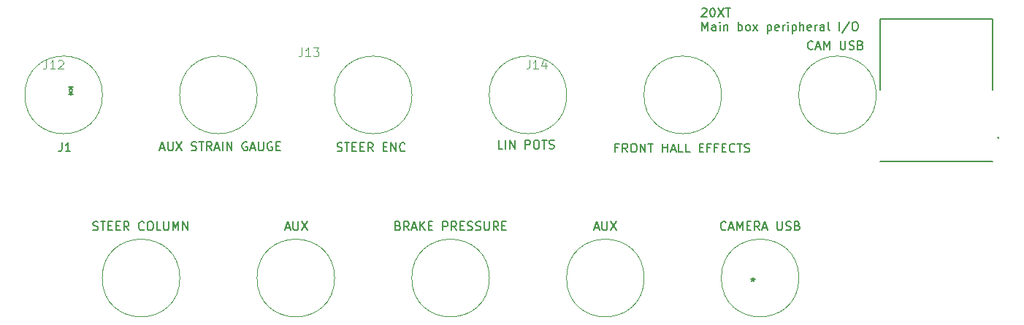
<source format=gbr>
%TF.GenerationSoftware,KiCad,Pcbnew,7.0.6*%
%TF.CreationDate,2024-03-25T03:04:45-04:00*%
%TF.ProjectId,peripheral_io_main,70657269-7068-4657-9261-6c5f696f5f6d,rev?*%
%TF.SameCoordinates,Original*%
%TF.FileFunction,Legend,Top*%
%TF.FilePolarity,Positive*%
%FSLAX46Y46*%
G04 Gerber Fmt 4.6, Leading zero omitted, Abs format (unit mm)*
G04 Created by KiCad (PCBNEW 7.0.6) date 2024-03-25 03:04:45*
%MOMM*%
%LPD*%
G01*
G04 APERTURE LIST*
%ADD10C,0.150000*%
%ADD11C,0.100000*%
%ADD12C,0.200000*%
G04 APERTURE END LIST*
D10*
X186170227Y-96298609D02*
X185836894Y-96298609D01*
X185836894Y-96822419D02*
X185836894Y-95822419D01*
X185836894Y-95822419D02*
X186313084Y-95822419D01*
X187265465Y-96822419D02*
X186932132Y-96346228D01*
X186694037Y-96822419D02*
X186694037Y-95822419D01*
X186694037Y-95822419D02*
X187074989Y-95822419D01*
X187074989Y-95822419D02*
X187170227Y-95870038D01*
X187170227Y-95870038D02*
X187217846Y-95917657D01*
X187217846Y-95917657D02*
X187265465Y-96012895D01*
X187265465Y-96012895D02*
X187265465Y-96155752D01*
X187265465Y-96155752D02*
X187217846Y-96250990D01*
X187217846Y-96250990D02*
X187170227Y-96298609D01*
X187170227Y-96298609D02*
X187074989Y-96346228D01*
X187074989Y-96346228D02*
X186694037Y-96346228D01*
X187884513Y-95822419D02*
X188074989Y-95822419D01*
X188074989Y-95822419D02*
X188170227Y-95870038D01*
X188170227Y-95870038D02*
X188265465Y-95965276D01*
X188265465Y-95965276D02*
X188313084Y-96155752D01*
X188313084Y-96155752D02*
X188313084Y-96489085D01*
X188313084Y-96489085D02*
X188265465Y-96679561D01*
X188265465Y-96679561D02*
X188170227Y-96774800D01*
X188170227Y-96774800D02*
X188074989Y-96822419D01*
X188074989Y-96822419D02*
X187884513Y-96822419D01*
X187884513Y-96822419D02*
X187789275Y-96774800D01*
X187789275Y-96774800D02*
X187694037Y-96679561D01*
X187694037Y-96679561D02*
X187646418Y-96489085D01*
X187646418Y-96489085D02*
X187646418Y-96155752D01*
X187646418Y-96155752D02*
X187694037Y-95965276D01*
X187694037Y-95965276D02*
X187789275Y-95870038D01*
X187789275Y-95870038D02*
X187884513Y-95822419D01*
X188741656Y-96822419D02*
X188741656Y-95822419D01*
X188741656Y-95822419D02*
X189313084Y-96822419D01*
X189313084Y-96822419D02*
X189313084Y-95822419D01*
X189646418Y-95822419D02*
X190217846Y-95822419D01*
X189932132Y-96822419D02*
X189932132Y-95822419D01*
X191313085Y-96822419D02*
X191313085Y-95822419D01*
X191313085Y-96298609D02*
X191884513Y-96298609D01*
X191884513Y-96822419D02*
X191884513Y-95822419D01*
X192313085Y-96536704D02*
X192789275Y-96536704D01*
X192217847Y-96822419D02*
X192551180Y-95822419D01*
X192551180Y-95822419D02*
X192884513Y-96822419D01*
X193694037Y-96822419D02*
X193217847Y-96822419D01*
X193217847Y-96822419D02*
X193217847Y-95822419D01*
X194503561Y-96822419D02*
X194027371Y-96822419D01*
X194027371Y-96822419D02*
X194027371Y-95822419D01*
X195598800Y-96298609D02*
X195932133Y-96298609D01*
X196074990Y-96822419D02*
X195598800Y-96822419D01*
X195598800Y-96822419D02*
X195598800Y-95822419D01*
X195598800Y-95822419D02*
X196074990Y-95822419D01*
X196836895Y-96298609D02*
X196503562Y-96298609D01*
X196503562Y-96822419D02*
X196503562Y-95822419D01*
X196503562Y-95822419D02*
X196979752Y-95822419D01*
X197694038Y-96298609D02*
X197360705Y-96298609D01*
X197360705Y-96822419D02*
X197360705Y-95822419D01*
X197360705Y-95822419D02*
X197836895Y-95822419D01*
X198217848Y-96298609D02*
X198551181Y-96298609D01*
X198694038Y-96822419D02*
X198217848Y-96822419D01*
X198217848Y-96822419D02*
X198217848Y-95822419D01*
X198217848Y-95822419D02*
X198694038Y-95822419D01*
X199694038Y-96727180D02*
X199646419Y-96774800D01*
X199646419Y-96774800D02*
X199503562Y-96822419D01*
X199503562Y-96822419D02*
X199408324Y-96822419D01*
X199408324Y-96822419D02*
X199265467Y-96774800D01*
X199265467Y-96774800D02*
X199170229Y-96679561D01*
X199170229Y-96679561D02*
X199122610Y-96584323D01*
X199122610Y-96584323D02*
X199074991Y-96393847D01*
X199074991Y-96393847D02*
X199074991Y-96250990D01*
X199074991Y-96250990D02*
X199122610Y-96060514D01*
X199122610Y-96060514D02*
X199170229Y-95965276D01*
X199170229Y-95965276D02*
X199265467Y-95870038D01*
X199265467Y-95870038D02*
X199408324Y-95822419D01*
X199408324Y-95822419D02*
X199503562Y-95822419D01*
X199503562Y-95822419D02*
X199646419Y-95870038D01*
X199646419Y-95870038D02*
X199694038Y-95917657D01*
X199979753Y-95822419D02*
X200551181Y-95822419D01*
X200265467Y-96822419D02*
X200265467Y-95822419D01*
X200836896Y-96774800D02*
X200979753Y-96822419D01*
X200979753Y-96822419D02*
X201217848Y-96822419D01*
X201217848Y-96822419D02*
X201313086Y-96774800D01*
X201313086Y-96774800D02*
X201360705Y-96727180D01*
X201360705Y-96727180D02*
X201408324Y-96631942D01*
X201408324Y-96631942D02*
X201408324Y-96536704D01*
X201408324Y-96536704D02*
X201360705Y-96441466D01*
X201360705Y-96441466D02*
X201313086Y-96393847D01*
X201313086Y-96393847D02*
X201217848Y-96346228D01*
X201217848Y-96346228D02*
X201027372Y-96298609D01*
X201027372Y-96298609D02*
X200932134Y-96250990D01*
X200932134Y-96250990D02*
X200884515Y-96203371D01*
X200884515Y-96203371D02*
X200836896Y-96108133D01*
X200836896Y-96108133D02*
X200836896Y-96012895D01*
X200836896Y-96012895D02*
X200884515Y-95917657D01*
X200884515Y-95917657D02*
X200932134Y-95870038D01*
X200932134Y-95870038D02*
X201027372Y-95822419D01*
X201027372Y-95822419D02*
X201265467Y-95822419D01*
X201265467Y-95822419D02*
X201408324Y-95870038D01*
X153602228Y-96673200D02*
X153745085Y-96720819D01*
X153745085Y-96720819D02*
X153983180Y-96720819D01*
X153983180Y-96720819D02*
X154078418Y-96673200D01*
X154078418Y-96673200D02*
X154126037Y-96625580D01*
X154126037Y-96625580D02*
X154173656Y-96530342D01*
X154173656Y-96530342D02*
X154173656Y-96435104D01*
X154173656Y-96435104D02*
X154126037Y-96339866D01*
X154126037Y-96339866D02*
X154078418Y-96292247D01*
X154078418Y-96292247D02*
X153983180Y-96244628D01*
X153983180Y-96244628D02*
X153792704Y-96197009D01*
X153792704Y-96197009D02*
X153697466Y-96149390D01*
X153697466Y-96149390D02*
X153649847Y-96101771D01*
X153649847Y-96101771D02*
X153602228Y-96006533D01*
X153602228Y-96006533D02*
X153602228Y-95911295D01*
X153602228Y-95911295D02*
X153649847Y-95816057D01*
X153649847Y-95816057D02*
X153697466Y-95768438D01*
X153697466Y-95768438D02*
X153792704Y-95720819D01*
X153792704Y-95720819D02*
X154030799Y-95720819D01*
X154030799Y-95720819D02*
X154173656Y-95768438D01*
X154459371Y-95720819D02*
X155030799Y-95720819D01*
X154745085Y-96720819D02*
X154745085Y-95720819D01*
X155364133Y-96197009D02*
X155697466Y-96197009D01*
X155840323Y-96720819D02*
X155364133Y-96720819D01*
X155364133Y-96720819D02*
X155364133Y-95720819D01*
X155364133Y-95720819D02*
X155840323Y-95720819D01*
X156268895Y-96197009D02*
X156602228Y-96197009D01*
X156745085Y-96720819D02*
X156268895Y-96720819D01*
X156268895Y-96720819D02*
X156268895Y-95720819D01*
X156268895Y-95720819D02*
X156745085Y-95720819D01*
X157745085Y-96720819D02*
X157411752Y-96244628D01*
X157173657Y-96720819D02*
X157173657Y-95720819D01*
X157173657Y-95720819D02*
X157554609Y-95720819D01*
X157554609Y-95720819D02*
X157649847Y-95768438D01*
X157649847Y-95768438D02*
X157697466Y-95816057D01*
X157697466Y-95816057D02*
X157745085Y-95911295D01*
X157745085Y-95911295D02*
X157745085Y-96054152D01*
X157745085Y-96054152D02*
X157697466Y-96149390D01*
X157697466Y-96149390D02*
X157649847Y-96197009D01*
X157649847Y-96197009D02*
X157554609Y-96244628D01*
X157554609Y-96244628D02*
X157173657Y-96244628D01*
X158935562Y-96197009D02*
X159268895Y-96197009D01*
X159411752Y-96720819D02*
X158935562Y-96720819D01*
X158935562Y-96720819D02*
X158935562Y-95720819D01*
X158935562Y-95720819D02*
X159411752Y-95720819D01*
X159840324Y-96720819D02*
X159840324Y-95720819D01*
X159840324Y-95720819D02*
X160411752Y-96720819D01*
X160411752Y-96720819D02*
X160411752Y-95720819D01*
X161459371Y-96625580D02*
X161411752Y-96673200D01*
X161411752Y-96673200D02*
X161268895Y-96720819D01*
X161268895Y-96720819D02*
X161173657Y-96720819D01*
X161173657Y-96720819D02*
X161030800Y-96673200D01*
X161030800Y-96673200D02*
X160935562Y-96577961D01*
X160935562Y-96577961D02*
X160887943Y-96482723D01*
X160887943Y-96482723D02*
X160840324Y-96292247D01*
X160840324Y-96292247D02*
X160840324Y-96149390D01*
X160840324Y-96149390D02*
X160887943Y-95958914D01*
X160887943Y-95958914D02*
X160935562Y-95863676D01*
X160935562Y-95863676D02*
X161030800Y-95768438D01*
X161030800Y-95768438D02*
X161173657Y-95720819D01*
X161173657Y-95720819D02*
X161268895Y-95720819D01*
X161268895Y-95720819D02*
X161411752Y-95768438D01*
X161411752Y-95768438D02*
X161459371Y-95816057D01*
X147605905Y-105579104D02*
X148082095Y-105579104D01*
X147510667Y-105864819D02*
X147844000Y-104864819D01*
X147844000Y-104864819D02*
X148177333Y-105864819D01*
X148510667Y-104864819D02*
X148510667Y-105674342D01*
X148510667Y-105674342D02*
X148558286Y-105769580D01*
X148558286Y-105769580D02*
X148605905Y-105817200D01*
X148605905Y-105817200D02*
X148701143Y-105864819D01*
X148701143Y-105864819D02*
X148891619Y-105864819D01*
X148891619Y-105864819D02*
X148986857Y-105817200D01*
X148986857Y-105817200D02*
X149034476Y-105769580D01*
X149034476Y-105769580D02*
X149082095Y-105674342D01*
X149082095Y-105674342D02*
X149082095Y-104864819D01*
X149463048Y-104864819D02*
X150129714Y-105864819D01*
X150129714Y-104864819D02*
X149463048Y-105864819D01*
X183419905Y-105579104D02*
X183896095Y-105579104D01*
X183324667Y-105864819D02*
X183658000Y-104864819D01*
X183658000Y-104864819D02*
X183991333Y-105864819D01*
X184324667Y-104864819D02*
X184324667Y-105674342D01*
X184324667Y-105674342D02*
X184372286Y-105769580D01*
X184372286Y-105769580D02*
X184419905Y-105817200D01*
X184419905Y-105817200D02*
X184515143Y-105864819D01*
X184515143Y-105864819D02*
X184705619Y-105864819D01*
X184705619Y-105864819D02*
X184800857Y-105817200D01*
X184800857Y-105817200D02*
X184848476Y-105769580D01*
X184848476Y-105769580D02*
X184896095Y-105674342D01*
X184896095Y-105674342D02*
X184896095Y-104864819D01*
X185277048Y-104864819D02*
X185943714Y-105864819D01*
X185943714Y-104864819D02*
X185277048Y-105864819D01*
X133103219Y-96333504D02*
X133579409Y-96333504D01*
X133007981Y-96619219D02*
X133341314Y-95619219D01*
X133341314Y-95619219D02*
X133674647Y-96619219D01*
X134007981Y-95619219D02*
X134007981Y-96428742D01*
X134007981Y-96428742D02*
X134055600Y-96523980D01*
X134055600Y-96523980D02*
X134103219Y-96571600D01*
X134103219Y-96571600D02*
X134198457Y-96619219D01*
X134198457Y-96619219D02*
X134388933Y-96619219D01*
X134388933Y-96619219D02*
X134484171Y-96571600D01*
X134484171Y-96571600D02*
X134531790Y-96523980D01*
X134531790Y-96523980D02*
X134579409Y-96428742D01*
X134579409Y-96428742D02*
X134579409Y-95619219D01*
X134960362Y-95619219D02*
X135627028Y-96619219D01*
X135627028Y-95619219D02*
X134960362Y-96619219D01*
X136722267Y-96571600D02*
X136865124Y-96619219D01*
X136865124Y-96619219D02*
X137103219Y-96619219D01*
X137103219Y-96619219D02*
X137198457Y-96571600D01*
X137198457Y-96571600D02*
X137246076Y-96523980D01*
X137246076Y-96523980D02*
X137293695Y-96428742D01*
X137293695Y-96428742D02*
X137293695Y-96333504D01*
X137293695Y-96333504D02*
X137246076Y-96238266D01*
X137246076Y-96238266D02*
X137198457Y-96190647D01*
X137198457Y-96190647D02*
X137103219Y-96143028D01*
X137103219Y-96143028D02*
X136912743Y-96095409D01*
X136912743Y-96095409D02*
X136817505Y-96047790D01*
X136817505Y-96047790D02*
X136769886Y-96000171D01*
X136769886Y-96000171D02*
X136722267Y-95904933D01*
X136722267Y-95904933D02*
X136722267Y-95809695D01*
X136722267Y-95809695D02*
X136769886Y-95714457D01*
X136769886Y-95714457D02*
X136817505Y-95666838D01*
X136817505Y-95666838D02*
X136912743Y-95619219D01*
X136912743Y-95619219D02*
X137150838Y-95619219D01*
X137150838Y-95619219D02*
X137293695Y-95666838D01*
X137579410Y-95619219D02*
X138150838Y-95619219D01*
X137865124Y-96619219D02*
X137865124Y-95619219D01*
X139055600Y-96619219D02*
X138722267Y-96143028D01*
X138484172Y-96619219D02*
X138484172Y-95619219D01*
X138484172Y-95619219D02*
X138865124Y-95619219D01*
X138865124Y-95619219D02*
X138960362Y-95666838D01*
X138960362Y-95666838D02*
X139007981Y-95714457D01*
X139007981Y-95714457D02*
X139055600Y-95809695D01*
X139055600Y-95809695D02*
X139055600Y-95952552D01*
X139055600Y-95952552D02*
X139007981Y-96047790D01*
X139007981Y-96047790D02*
X138960362Y-96095409D01*
X138960362Y-96095409D02*
X138865124Y-96143028D01*
X138865124Y-96143028D02*
X138484172Y-96143028D01*
X139436553Y-96333504D02*
X139912743Y-96333504D01*
X139341315Y-96619219D02*
X139674648Y-95619219D01*
X139674648Y-95619219D02*
X140007981Y-96619219D01*
X140341315Y-96619219D02*
X140341315Y-95619219D01*
X140817505Y-96619219D02*
X140817505Y-95619219D01*
X140817505Y-95619219D02*
X141388933Y-96619219D01*
X141388933Y-96619219D02*
X141388933Y-95619219D01*
X143150838Y-95666838D02*
X143055600Y-95619219D01*
X143055600Y-95619219D02*
X142912743Y-95619219D01*
X142912743Y-95619219D02*
X142769886Y-95666838D01*
X142769886Y-95666838D02*
X142674648Y-95762076D01*
X142674648Y-95762076D02*
X142627029Y-95857314D01*
X142627029Y-95857314D02*
X142579410Y-96047790D01*
X142579410Y-96047790D02*
X142579410Y-96190647D01*
X142579410Y-96190647D02*
X142627029Y-96381123D01*
X142627029Y-96381123D02*
X142674648Y-96476361D01*
X142674648Y-96476361D02*
X142769886Y-96571600D01*
X142769886Y-96571600D02*
X142912743Y-96619219D01*
X142912743Y-96619219D02*
X143007981Y-96619219D01*
X143007981Y-96619219D02*
X143150838Y-96571600D01*
X143150838Y-96571600D02*
X143198457Y-96523980D01*
X143198457Y-96523980D02*
X143198457Y-96190647D01*
X143198457Y-96190647D02*
X143007981Y-96190647D01*
X143579410Y-96333504D02*
X144055600Y-96333504D01*
X143484172Y-96619219D02*
X143817505Y-95619219D01*
X143817505Y-95619219D02*
X144150838Y-96619219D01*
X144484172Y-95619219D02*
X144484172Y-96428742D01*
X144484172Y-96428742D02*
X144531791Y-96523980D01*
X144531791Y-96523980D02*
X144579410Y-96571600D01*
X144579410Y-96571600D02*
X144674648Y-96619219D01*
X144674648Y-96619219D02*
X144865124Y-96619219D01*
X144865124Y-96619219D02*
X144960362Y-96571600D01*
X144960362Y-96571600D02*
X145007981Y-96523980D01*
X145007981Y-96523980D02*
X145055600Y-96428742D01*
X145055600Y-96428742D02*
X145055600Y-95619219D01*
X146055600Y-95666838D02*
X145960362Y-95619219D01*
X145960362Y-95619219D02*
X145817505Y-95619219D01*
X145817505Y-95619219D02*
X145674648Y-95666838D01*
X145674648Y-95666838D02*
X145579410Y-95762076D01*
X145579410Y-95762076D02*
X145531791Y-95857314D01*
X145531791Y-95857314D02*
X145484172Y-96047790D01*
X145484172Y-96047790D02*
X145484172Y-96190647D01*
X145484172Y-96190647D02*
X145531791Y-96381123D01*
X145531791Y-96381123D02*
X145579410Y-96476361D01*
X145579410Y-96476361D02*
X145674648Y-96571600D01*
X145674648Y-96571600D02*
X145817505Y-96619219D01*
X145817505Y-96619219D02*
X145912743Y-96619219D01*
X145912743Y-96619219D02*
X146055600Y-96571600D01*
X146055600Y-96571600D02*
X146103219Y-96523980D01*
X146103219Y-96523980D02*
X146103219Y-96190647D01*
X146103219Y-96190647D02*
X145912743Y-96190647D01*
X146531791Y-96095409D02*
X146865124Y-96095409D01*
X147007981Y-96619219D02*
X146531791Y-96619219D01*
X146531791Y-96619219D02*
X146531791Y-95619219D01*
X146531791Y-95619219D02*
X147007981Y-95619219D01*
X198667618Y-105769580D02*
X198619999Y-105817200D01*
X198619999Y-105817200D02*
X198477142Y-105864819D01*
X198477142Y-105864819D02*
X198381904Y-105864819D01*
X198381904Y-105864819D02*
X198239047Y-105817200D01*
X198239047Y-105817200D02*
X198143809Y-105721961D01*
X198143809Y-105721961D02*
X198096190Y-105626723D01*
X198096190Y-105626723D02*
X198048571Y-105436247D01*
X198048571Y-105436247D02*
X198048571Y-105293390D01*
X198048571Y-105293390D02*
X198096190Y-105102914D01*
X198096190Y-105102914D02*
X198143809Y-105007676D01*
X198143809Y-105007676D02*
X198239047Y-104912438D01*
X198239047Y-104912438D02*
X198381904Y-104864819D01*
X198381904Y-104864819D02*
X198477142Y-104864819D01*
X198477142Y-104864819D02*
X198619999Y-104912438D01*
X198619999Y-104912438D02*
X198667618Y-104960057D01*
X199048571Y-105579104D02*
X199524761Y-105579104D01*
X198953333Y-105864819D02*
X199286666Y-104864819D01*
X199286666Y-104864819D02*
X199619999Y-105864819D01*
X199953333Y-105864819D02*
X199953333Y-104864819D01*
X199953333Y-104864819D02*
X200286666Y-105579104D01*
X200286666Y-105579104D02*
X200619999Y-104864819D01*
X200619999Y-104864819D02*
X200619999Y-105864819D01*
X201096190Y-105341009D02*
X201429523Y-105341009D01*
X201572380Y-105864819D02*
X201096190Y-105864819D01*
X201096190Y-105864819D02*
X201096190Y-104864819D01*
X201096190Y-104864819D02*
X201572380Y-104864819D01*
X202572380Y-105864819D02*
X202239047Y-105388628D01*
X202000952Y-105864819D02*
X202000952Y-104864819D01*
X202000952Y-104864819D02*
X202381904Y-104864819D01*
X202381904Y-104864819D02*
X202477142Y-104912438D01*
X202477142Y-104912438D02*
X202524761Y-104960057D01*
X202524761Y-104960057D02*
X202572380Y-105055295D01*
X202572380Y-105055295D02*
X202572380Y-105198152D01*
X202572380Y-105198152D02*
X202524761Y-105293390D01*
X202524761Y-105293390D02*
X202477142Y-105341009D01*
X202477142Y-105341009D02*
X202381904Y-105388628D01*
X202381904Y-105388628D02*
X202000952Y-105388628D01*
X202953333Y-105579104D02*
X203429523Y-105579104D01*
X202858095Y-105864819D02*
X203191428Y-104864819D01*
X203191428Y-104864819D02*
X203524761Y-105864819D01*
X204620000Y-104864819D02*
X204620000Y-105674342D01*
X204620000Y-105674342D02*
X204667619Y-105769580D01*
X204667619Y-105769580D02*
X204715238Y-105817200D01*
X204715238Y-105817200D02*
X204810476Y-105864819D01*
X204810476Y-105864819D02*
X205000952Y-105864819D01*
X205000952Y-105864819D02*
X205096190Y-105817200D01*
X205096190Y-105817200D02*
X205143809Y-105769580D01*
X205143809Y-105769580D02*
X205191428Y-105674342D01*
X205191428Y-105674342D02*
X205191428Y-104864819D01*
X205620000Y-105817200D02*
X205762857Y-105864819D01*
X205762857Y-105864819D02*
X206000952Y-105864819D01*
X206000952Y-105864819D02*
X206096190Y-105817200D01*
X206096190Y-105817200D02*
X206143809Y-105769580D01*
X206143809Y-105769580D02*
X206191428Y-105674342D01*
X206191428Y-105674342D02*
X206191428Y-105579104D01*
X206191428Y-105579104D02*
X206143809Y-105483866D01*
X206143809Y-105483866D02*
X206096190Y-105436247D01*
X206096190Y-105436247D02*
X206000952Y-105388628D01*
X206000952Y-105388628D02*
X205810476Y-105341009D01*
X205810476Y-105341009D02*
X205715238Y-105293390D01*
X205715238Y-105293390D02*
X205667619Y-105245771D01*
X205667619Y-105245771D02*
X205620000Y-105150533D01*
X205620000Y-105150533D02*
X205620000Y-105055295D01*
X205620000Y-105055295D02*
X205667619Y-104960057D01*
X205667619Y-104960057D02*
X205715238Y-104912438D01*
X205715238Y-104912438D02*
X205810476Y-104864819D01*
X205810476Y-104864819D02*
X206048571Y-104864819D01*
X206048571Y-104864819D02*
X206191428Y-104912438D01*
X206953333Y-105341009D02*
X207096190Y-105388628D01*
X207096190Y-105388628D02*
X207143809Y-105436247D01*
X207143809Y-105436247D02*
X207191428Y-105531485D01*
X207191428Y-105531485D02*
X207191428Y-105674342D01*
X207191428Y-105674342D02*
X207143809Y-105769580D01*
X207143809Y-105769580D02*
X207096190Y-105817200D01*
X207096190Y-105817200D02*
X207000952Y-105864819D01*
X207000952Y-105864819D02*
X206620000Y-105864819D01*
X206620000Y-105864819D02*
X206620000Y-104864819D01*
X206620000Y-104864819D02*
X206953333Y-104864819D01*
X206953333Y-104864819D02*
X207048571Y-104912438D01*
X207048571Y-104912438D02*
X207096190Y-104960057D01*
X207096190Y-104960057D02*
X207143809Y-105055295D01*
X207143809Y-105055295D02*
X207143809Y-105150533D01*
X207143809Y-105150533D02*
X207096190Y-105245771D01*
X207096190Y-105245771D02*
X207048571Y-105293390D01*
X207048571Y-105293390D02*
X206953333Y-105341009D01*
X206953333Y-105341009D02*
X206620000Y-105341009D01*
X208756571Y-84814580D02*
X208708952Y-84862200D01*
X208708952Y-84862200D02*
X208566095Y-84909819D01*
X208566095Y-84909819D02*
X208470857Y-84909819D01*
X208470857Y-84909819D02*
X208328000Y-84862200D01*
X208328000Y-84862200D02*
X208232762Y-84766961D01*
X208232762Y-84766961D02*
X208185143Y-84671723D01*
X208185143Y-84671723D02*
X208137524Y-84481247D01*
X208137524Y-84481247D02*
X208137524Y-84338390D01*
X208137524Y-84338390D02*
X208185143Y-84147914D01*
X208185143Y-84147914D02*
X208232762Y-84052676D01*
X208232762Y-84052676D02*
X208328000Y-83957438D01*
X208328000Y-83957438D02*
X208470857Y-83909819D01*
X208470857Y-83909819D02*
X208566095Y-83909819D01*
X208566095Y-83909819D02*
X208708952Y-83957438D01*
X208708952Y-83957438D02*
X208756571Y-84005057D01*
X209137524Y-84624104D02*
X209613714Y-84624104D01*
X209042286Y-84909819D02*
X209375619Y-83909819D01*
X209375619Y-83909819D02*
X209708952Y-84909819D01*
X210042286Y-84909819D02*
X210042286Y-83909819D01*
X210042286Y-83909819D02*
X210375619Y-84624104D01*
X210375619Y-84624104D02*
X210708952Y-83909819D01*
X210708952Y-83909819D02*
X210708952Y-84909819D01*
X211947048Y-83909819D02*
X211947048Y-84719342D01*
X211947048Y-84719342D02*
X211994667Y-84814580D01*
X211994667Y-84814580D02*
X212042286Y-84862200D01*
X212042286Y-84862200D02*
X212137524Y-84909819D01*
X212137524Y-84909819D02*
X212328000Y-84909819D01*
X212328000Y-84909819D02*
X212423238Y-84862200D01*
X212423238Y-84862200D02*
X212470857Y-84814580D01*
X212470857Y-84814580D02*
X212518476Y-84719342D01*
X212518476Y-84719342D02*
X212518476Y-83909819D01*
X212947048Y-84862200D02*
X213089905Y-84909819D01*
X213089905Y-84909819D02*
X213328000Y-84909819D01*
X213328000Y-84909819D02*
X213423238Y-84862200D01*
X213423238Y-84862200D02*
X213470857Y-84814580D01*
X213470857Y-84814580D02*
X213518476Y-84719342D01*
X213518476Y-84719342D02*
X213518476Y-84624104D01*
X213518476Y-84624104D02*
X213470857Y-84528866D01*
X213470857Y-84528866D02*
X213423238Y-84481247D01*
X213423238Y-84481247D02*
X213328000Y-84433628D01*
X213328000Y-84433628D02*
X213137524Y-84386009D01*
X213137524Y-84386009D02*
X213042286Y-84338390D01*
X213042286Y-84338390D02*
X212994667Y-84290771D01*
X212994667Y-84290771D02*
X212947048Y-84195533D01*
X212947048Y-84195533D02*
X212947048Y-84100295D01*
X212947048Y-84100295D02*
X212994667Y-84005057D01*
X212994667Y-84005057D02*
X213042286Y-83957438D01*
X213042286Y-83957438D02*
X213137524Y-83909819D01*
X213137524Y-83909819D02*
X213375619Y-83909819D01*
X213375619Y-83909819D02*
X213518476Y-83957438D01*
X214280381Y-84386009D02*
X214423238Y-84433628D01*
X214423238Y-84433628D02*
X214470857Y-84481247D01*
X214470857Y-84481247D02*
X214518476Y-84576485D01*
X214518476Y-84576485D02*
X214518476Y-84719342D01*
X214518476Y-84719342D02*
X214470857Y-84814580D01*
X214470857Y-84814580D02*
X214423238Y-84862200D01*
X214423238Y-84862200D02*
X214328000Y-84909819D01*
X214328000Y-84909819D02*
X213947048Y-84909819D01*
X213947048Y-84909819D02*
X213947048Y-83909819D01*
X213947048Y-83909819D02*
X214280381Y-83909819D01*
X214280381Y-83909819D02*
X214375619Y-83957438D01*
X214375619Y-83957438D02*
X214423238Y-84005057D01*
X214423238Y-84005057D02*
X214470857Y-84100295D01*
X214470857Y-84100295D02*
X214470857Y-84195533D01*
X214470857Y-84195533D02*
X214423238Y-84290771D01*
X214423238Y-84290771D02*
X214375619Y-84338390D01*
X214375619Y-84338390D02*
X214280381Y-84386009D01*
X214280381Y-84386009D02*
X213947048Y-84386009D01*
X172799714Y-96416019D02*
X172323524Y-96416019D01*
X172323524Y-96416019D02*
X172323524Y-95416019D01*
X173133048Y-96416019D02*
X173133048Y-95416019D01*
X173609238Y-96416019D02*
X173609238Y-95416019D01*
X173609238Y-95416019D02*
X174180666Y-96416019D01*
X174180666Y-96416019D02*
X174180666Y-95416019D01*
X175418762Y-96416019D02*
X175418762Y-95416019D01*
X175418762Y-95416019D02*
X175799714Y-95416019D01*
X175799714Y-95416019D02*
X175894952Y-95463638D01*
X175894952Y-95463638D02*
X175942571Y-95511257D01*
X175942571Y-95511257D02*
X175990190Y-95606495D01*
X175990190Y-95606495D02*
X175990190Y-95749352D01*
X175990190Y-95749352D02*
X175942571Y-95844590D01*
X175942571Y-95844590D02*
X175894952Y-95892209D01*
X175894952Y-95892209D02*
X175799714Y-95939828D01*
X175799714Y-95939828D02*
X175418762Y-95939828D01*
X176609238Y-95416019D02*
X176799714Y-95416019D01*
X176799714Y-95416019D02*
X176894952Y-95463638D01*
X176894952Y-95463638D02*
X176990190Y-95558876D01*
X176990190Y-95558876D02*
X177037809Y-95749352D01*
X177037809Y-95749352D02*
X177037809Y-96082685D01*
X177037809Y-96082685D02*
X176990190Y-96273161D01*
X176990190Y-96273161D02*
X176894952Y-96368400D01*
X176894952Y-96368400D02*
X176799714Y-96416019D01*
X176799714Y-96416019D02*
X176609238Y-96416019D01*
X176609238Y-96416019D02*
X176514000Y-96368400D01*
X176514000Y-96368400D02*
X176418762Y-96273161D01*
X176418762Y-96273161D02*
X176371143Y-96082685D01*
X176371143Y-96082685D02*
X176371143Y-95749352D01*
X176371143Y-95749352D02*
X176418762Y-95558876D01*
X176418762Y-95558876D02*
X176514000Y-95463638D01*
X176514000Y-95463638D02*
X176609238Y-95416019D01*
X177323524Y-95416019D02*
X177894952Y-95416019D01*
X177609238Y-96416019D02*
X177609238Y-95416019D01*
X178180667Y-96368400D02*
X178323524Y-96416019D01*
X178323524Y-96416019D02*
X178561619Y-96416019D01*
X178561619Y-96416019D02*
X178656857Y-96368400D01*
X178656857Y-96368400D02*
X178704476Y-96320780D01*
X178704476Y-96320780D02*
X178752095Y-96225542D01*
X178752095Y-96225542D02*
X178752095Y-96130304D01*
X178752095Y-96130304D02*
X178704476Y-96035066D01*
X178704476Y-96035066D02*
X178656857Y-95987447D01*
X178656857Y-95987447D02*
X178561619Y-95939828D01*
X178561619Y-95939828D02*
X178371143Y-95892209D01*
X178371143Y-95892209D02*
X178275905Y-95844590D01*
X178275905Y-95844590D02*
X178228286Y-95796971D01*
X178228286Y-95796971D02*
X178180667Y-95701733D01*
X178180667Y-95701733D02*
X178180667Y-95606495D01*
X178180667Y-95606495D02*
X178228286Y-95511257D01*
X178228286Y-95511257D02*
X178275905Y-95463638D01*
X178275905Y-95463638D02*
X178371143Y-95416019D01*
X178371143Y-95416019D02*
X178609238Y-95416019D01*
X178609238Y-95416019D02*
X178752095Y-95463638D01*
X125310000Y-105817200D02*
X125452857Y-105864819D01*
X125452857Y-105864819D02*
X125690952Y-105864819D01*
X125690952Y-105864819D02*
X125786190Y-105817200D01*
X125786190Y-105817200D02*
X125833809Y-105769580D01*
X125833809Y-105769580D02*
X125881428Y-105674342D01*
X125881428Y-105674342D02*
X125881428Y-105579104D01*
X125881428Y-105579104D02*
X125833809Y-105483866D01*
X125833809Y-105483866D02*
X125786190Y-105436247D01*
X125786190Y-105436247D02*
X125690952Y-105388628D01*
X125690952Y-105388628D02*
X125500476Y-105341009D01*
X125500476Y-105341009D02*
X125405238Y-105293390D01*
X125405238Y-105293390D02*
X125357619Y-105245771D01*
X125357619Y-105245771D02*
X125310000Y-105150533D01*
X125310000Y-105150533D02*
X125310000Y-105055295D01*
X125310000Y-105055295D02*
X125357619Y-104960057D01*
X125357619Y-104960057D02*
X125405238Y-104912438D01*
X125405238Y-104912438D02*
X125500476Y-104864819D01*
X125500476Y-104864819D02*
X125738571Y-104864819D01*
X125738571Y-104864819D02*
X125881428Y-104912438D01*
X126167143Y-104864819D02*
X126738571Y-104864819D01*
X126452857Y-105864819D02*
X126452857Y-104864819D01*
X127071905Y-105341009D02*
X127405238Y-105341009D01*
X127548095Y-105864819D02*
X127071905Y-105864819D01*
X127071905Y-105864819D02*
X127071905Y-104864819D01*
X127071905Y-104864819D02*
X127548095Y-104864819D01*
X127976667Y-105341009D02*
X128310000Y-105341009D01*
X128452857Y-105864819D02*
X127976667Y-105864819D01*
X127976667Y-105864819D02*
X127976667Y-104864819D01*
X127976667Y-104864819D02*
X128452857Y-104864819D01*
X129452857Y-105864819D02*
X129119524Y-105388628D01*
X128881429Y-105864819D02*
X128881429Y-104864819D01*
X128881429Y-104864819D02*
X129262381Y-104864819D01*
X129262381Y-104864819D02*
X129357619Y-104912438D01*
X129357619Y-104912438D02*
X129405238Y-104960057D01*
X129405238Y-104960057D02*
X129452857Y-105055295D01*
X129452857Y-105055295D02*
X129452857Y-105198152D01*
X129452857Y-105198152D02*
X129405238Y-105293390D01*
X129405238Y-105293390D02*
X129357619Y-105341009D01*
X129357619Y-105341009D02*
X129262381Y-105388628D01*
X129262381Y-105388628D02*
X128881429Y-105388628D01*
X131214762Y-105769580D02*
X131167143Y-105817200D01*
X131167143Y-105817200D02*
X131024286Y-105864819D01*
X131024286Y-105864819D02*
X130929048Y-105864819D01*
X130929048Y-105864819D02*
X130786191Y-105817200D01*
X130786191Y-105817200D02*
X130690953Y-105721961D01*
X130690953Y-105721961D02*
X130643334Y-105626723D01*
X130643334Y-105626723D02*
X130595715Y-105436247D01*
X130595715Y-105436247D02*
X130595715Y-105293390D01*
X130595715Y-105293390D02*
X130643334Y-105102914D01*
X130643334Y-105102914D02*
X130690953Y-105007676D01*
X130690953Y-105007676D02*
X130786191Y-104912438D01*
X130786191Y-104912438D02*
X130929048Y-104864819D01*
X130929048Y-104864819D02*
X131024286Y-104864819D01*
X131024286Y-104864819D02*
X131167143Y-104912438D01*
X131167143Y-104912438D02*
X131214762Y-104960057D01*
X131833810Y-104864819D02*
X132024286Y-104864819D01*
X132024286Y-104864819D02*
X132119524Y-104912438D01*
X132119524Y-104912438D02*
X132214762Y-105007676D01*
X132214762Y-105007676D02*
X132262381Y-105198152D01*
X132262381Y-105198152D02*
X132262381Y-105531485D01*
X132262381Y-105531485D02*
X132214762Y-105721961D01*
X132214762Y-105721961D02*
X132119524Y-105817200D01*
X132119524Y-105817200D02*
X132024286Y-105864819D01*
X132024286Y-105864819D02*
X131833810Y-105864819D01*
X131833810Y-105864819D02*
X131738572Y-105817200D01*
X131738572Y-105817200D02*
X131643334Y-105721961D01*
X131643334Y-105721961D02*
X131595715Y-105531485D01*
X131595715Y-105531485D02*
X131595715Y-105198152D01*
X131595715Y-105198152D02*
X131643334Y-105007676D01*
X131643334Y-105007676D02*
X131738572Y-104912438D01*
X131738572Y-104912438D02*
X131833810Y-104864819D01*
X133167143Y-105864819D02*
X132690953Y-105864819D01*
X132690953Y-105864819D02*
X132690953Y-104864819D01*
X133500477Y-104864819D02*
X133500477Y-105674342D01*
X133500477Y-105674342D02*
X133548096Y-105769580D01*
X133548096Y-105769580D02*
X133595715Y-105817200D01*
X133595715Y-105817200D02*
X133690953Y-105864819D01*
X133690953Y-105864819D02*
X133881429Y-105864819D01*
X133881429Y-105864819D02*
X133976667Y-105817200D01*
X133976667Y-105817200D02*
X134024286Y-105769580D01*
X134024286Y-105769580D02*
X134071905Y-105674342D01*
X134071905Y-105674342D02*
X134071905Y-104864819D01*
X134548096Y-105864819D02*
X134548096Y-104864819D01*
X134548096Y-104864819D02*
X134881429Y-105579104D01*
X134881429Y-105579104D02*
X135214762Y-104864819D01*
X135214762Y-104864819D02*
X135214762Y-105864819D01*
X135690953Y-105864819D02*
X135690953Y-104864819D01*
X135690953Y-104864819D02*
X136262381Y-105864819D01*
X136262381Y-105864819D02*
X136262381Y-104864819D01*
X160679571Y-105341009D02*
X160822428Y-105388628D01*
X160822428Y-105388628D02*
X160870047Y-105436247D01*
X160870047Y-105436247D02*
X160917666Y-105531485D01*
X160917666Y-105531485D02*
X160917666Y-105674342D01*
X160917666Y-105674342D02*
X160870047Y-105769580D01*
X160870047Y-105769580D02*
X160822428Y-105817200D01*
X160822428Y-105817200D02*
X160727190Y-105864819D01*
X160727190Y-105864819D02*
X160346238Y-105864819D01*
X160346238Y-105864819D02*
X160346238Y-104864819D01*
X160346238Y-104864819D02*
X160679571Y-104864819D01*
X160679571Y-104864819D02*
X160774809Y-104912438D01*
X160774809Y-104912438D02*
X160822428Y-104960057D01*
X160822428Y-104960057D02*
X160870047Y-105055295D01*
X160870047Y-105055295D02*
X160870047Y-105150533D01*
X160870047Y-105150533D02*
X160822428Y-105245771D01*
X160822428Y-105245771D02*
X160774809Y-105293390D01*
X160774809Y-105293390D02*
X160679571Y-105341009D01*
X160679571Y-105341009D02*
X160346238Y-105341009D01*
X161917666Y-105864819D02*
X161584333Y-105388628D01*
X161346238Y-105864819D02*
X161346238Y-104864819D01*
X161346238Y-104864819D02*
X161727190Y-104864819D01*
X161727190Y-104864819D02*
X161822428Y-104912438D01*
X161822428Y-104912438D02*
X161870047Y-104960057D01*
X161870047Y-104960057D02*
X161917666Y-105055295D01*
X161917666Y-105055295D02*
X161917666Y-105198152D01*
X161917666Y-105198152D02*
X161870047Y-105293390D01*
X161870047Y-105293390D02*
X161822428Y-105341009D01*
X161822428Y-105341009D02*
X161727190Y-105388628D01*
X161727190Y-105388628D02*
X161346238Y-105388628D01*
X162298619Y-105579104D02*
X162774809Y-105579104D01*
X162203381Y-105864819D02*
X162536714Y-104864819D01*
X162536714Y-104864819D02*
X162870047Y-105864819D01*
X163203381Y-105864819D02*
X163203381Y-104864819D01*
X163774809Y-105864819D02*
X163346238Y-105293390D01*
X163774809Y-104864819D02*
X163203381Y-105436247D01*
X164203381Y-105341009D02*
X164536714Y-105341009D01*
X164679571Y-105864819D02*
X164203381Y-105864819D01*
X164203381Y-105864819D02*
X164203381Y-104864819D01*
X164203381Y-104864819D02*
X164679571Y-104864819D01*
X165870048Y-105864819D02*
X165870048Y-104864819D01*
X165870048Y-104864819D02*
X166251000Y-104864819D01*
X166251000Y-104864819D02*
X166346238Y-104912438D01*
X166346238Y-104912438D02*
X166393857Y-104960057D01*
X166393857Y-104960057D02*
X166441476Y-105055295D01*
X166441476Y-105055295D02*
X166441476Y-105198152D01*
X166441476Y-105198152D02*
X166393857Y-105293390D01*
X166393857Y-105293390D02*
X166346238Y-105341009D01*
X166346238Y-105341009D02*
X166251000Y-105388628D01*
X166251000Y-105388628D02*
X165870048Y-105388628D01*
X167441476Y-105864819D02*
X167108143Y-105388628D01*
X166870048Y-105864819D02*
X166870048Y-104864819D01*
X166870048Y-104864819D02*
X167251000Y-104864819D01*
X167251000Y-104864819D02*
X167346238Y-104912438D01*
X167346238Y-104912438D02*
X167393857Y-104960057D01*
X167393857Y-104960057D02*
X167441476Y-105055295D01*
X167441476Y-105055295D02*
X167441476Y-105198152D01*
X167441476Y-105198152D02*
X167393857Y-105293390D01*
X167393857Y-105293390D02*
X167346238Y-105341009D01*
X167346238Y-105341009D02*
X167251000Y-105388628D01*
X167251000Y-105388628D02*
X166870048Y-105388628D01*
X167870048Y-105341009D02*
X168203381Y-105341009D01*
X168346238Y-105864819D02*
X167870048Y-105864819D01*
X167870048Y-105864819D02*
X167870048Y-104864819D01*
X167870048Y-104864819D02*
X168346238Y-104864819D01*
X168727191Y-105817200D02*
X168870048Y-105864819D01*
X168870048Y-105864819D02*
X169108143Y-105864819D01*
X169108143Y-105864819D02*
X169203381Y-105817200D01*
X169203381Y-105817200D02*
X169251000Y-105769580D01*
X169251000Y-105769580D02*
X169298619Y-105674342D01*
X169298619Y-105674342D02*
X169298619Y-105579104D01*
X169298619Y-105579104D02*
X169251000Y-105483866D01*
X169251000Y-105483866D02*
X169203381Y-105436247D01*
X169203381Y-105436247D02*
X169108143Y-105388628D01*
X169108143Y-105388628D02*
X168917667Y-105341009D01*
X168917667Y-105341009D02*
X168822429Y-105293390D01*
X168822429Y-105293390D02*
X168774810Y-105245771D01*
X168774810Y-105245771D02*
X168727191Y-105150533D01*
X168727191Y-105150533D02*
X168727191Y-105055295D01*
X168727191Y-105055295D02*
X168774810Y-104960057D01*
X168774810Y-104960057D02*
X168822429Y-104912438D01*
X168822429Y-104912438D02*
X168917667Y-104864819D01*
X168917667Y-104864819D02*
X169155762Y-104864819D01*
X169155762Y-104864819D02*
X169298619Y-104912438D01*
X169679572Y-105817200D02*
X169822429Y-105864819D01*
X169822429Y-105864819D02*
X170060524Y-105864819D01*
X170060524Y-105864819D02*
X170155762Y-105817200D01*
X170155762Y-105817200D02*
X170203381Y-105769580D01*
X170203381Y-105769580D02*
X170251000Y-105674342D01*
X170251000Y-105674342D02*
X170251000Y-105579104D01*
X170251000Y-105579104D02*
X170203381Y-105483866D01*
X170203381Y-105483866D02*
X170155762Y-105436247D01*
X170155762Y-105436247D02*
X170060524Y-105388628D01*
X170060524Y-105388628D02*
X169870048Y-105341009D01*
X169870048Y-105341009D02*
X169774810Y-105293390D01*
X169774810Y-105293390D02*
X169727191Y-105245771D01*
X169727191Y-105245771D02*
X169679572Y-105150533D01*
X169679572Y-105150533D02*
X169679572Y-105055295D01*
X169679572Y-105055295D02*
X169727191Y-104960057D01*
X169727191Y-104960057D02*
X169774810Y-104912438D01*
X169774810Y-104912438D02*
X169870048Y-104864819D01*
X169870048Y-104864819D02*
X170108143Y-104864819D01*
X170108143Y-104864819D02*
X170251000Y-104912438D01*
X170679572Y-104864819D02*
X170679572Y-105674342D01*
X170679572Y-105674342D02*
X170727191Y-105769580D01*
X170727191Y-105769580D02*
X170774810Y-105817200D01*
X170774810Y-105817200D02*
X170870048Y-105864819D01*
X170870048Y-105864819D02*
X171060524Y-105864819D01*
X171060524Y-105864819D02*
X171155762Y-105817200D01*
X171155762Y-105817200D02*
X171203381Y-105769580D01*
X171203381Y-105769580D02*
X171251000Y-105674342D01*
X171251000Y-105674342D02*
X171251000Y-104864819D01*
X172298619Y-105864819D02*
X171965286Y-105388628D01*
X171727191Y-105864819D02*
X171727191Y-104864819D01*
X171727191Y-104864819D02*
X172108143Y-104864819D01*
X172108143Y-104864819D02*
X172203381Y-104912438D01*
X172203381Y-104912438D02*
X172251000Y-104960057D01*
X172251000Y-104960057D02*
X172298619Y-105055295D01*
X172298619Y-105055295D02*
X172298619Y-105198152D01*
X172298619Y-105198152D02*
X172251000Y-105293390D01*
X172251000Y-105293390D02*
X172203381Y-105341009D01*
X172203381Y-105341009D02*
X172108143Y-105388628D01*
X172108143Y-105388628D02*
X171727191Y-105388628D01*
X172727191Y-105341009D02*
X173060524Y-105341009D01*
X173203381Y-105864819D02*
X172727191Y-105864819D01*
X172727191Y-105864819D02*
X172727191Y-104864819D01*
X172727191Y-104864819D02*
X173203381Y-104864819D01*
X195869160Y-80209857D02*
X195916779Y-80162238D01*
X195916779Y-80162238D02*
X196012017Y-80114619D01*
X196012017Y-80114619D02*
X196250112Y-80114619D01*
X196250112Y-80114619D02*
X196345350Y-80162238D01*
X196345350Y-80162238D02*
X196392969Y-80209857D01*
X196392969Y-80209857D02*
X196440588Y-80305095D01*
X196440588Y-80305095D02*
X196440588Y-80400333D01*
X196440588Y-80400333D02*
X196392969Y-80543190D01*
X196392969Y-80543190D02*
X195821541Y-81114619D01*
X195821541Y-81114619D02*
X196440588Y-81114619D01*
X197059636Y-80114619D02*
X197154874Y-80114619D01*
X197154874Y-80114619D02*
X197250112Y-80162238D01*
X197250112Y-80162238D02*
X197297731Y-80209857D01*
X197297731Y-80209857D02*
X197345350Y-80305095D01*
X197345350Y-80305095D02*
X197392969Y-80495571D01*
X197392969Y-80495571D02*
X197392969Y-80733666D01*
X197392969Y-80733666D02*
X197345350Y-80924142D01*
X197345350Y-80924142D02*
X197297731Y-81019380D01*
X197297731Y-81019380D02*
X197250112Y-81067000D01*
X197250112Y-81067000D02*
X197154874Y-81114619D01*
X197154874Y-81114619D02*
X197059636Y-81114619D01*
X197059636Y-81114619D02*
X196964398Y-81067000D01*
X196964398Y-81067000D02*
X196916779Y-81019380D01*
X196916779Y-81019380D02*
X196869160Y-80924142D01*
X196869160Y-80924142D02*
X196821541Y-80733666D01*
X196821541Y-80733666D02*
X196821541Y-80495571D01*
X196821541Y-80495571D02*
X196869160Y-80305095D01*
X196869160Y-80305095D02*
X196916779Y-80209857D01*
X196916779Y-80209857D02*
X196964398Y-80162238D01*
X196964398Y-80162238D02*
X197059636Y-80114619D01*
X197726303Y-80114619D02*
X198392969Y-81114619D01*
X198392969Y-80114619D02*
X197726303Y-81114619D01*
X198631065Y-80114619D02*
X199202493Y-80114619D01*
X198916779Y-81114619D02*
X198916779Y-80114619D01*
X195916779Y-82724619D02*
X195916779Y-81724619D01*
X195916779Y-81724619D02*
X196250112Y-82438904D01*
X196250112Y-82438904D02*
X196583445Y-81724619D01*
X196583445Y-81724619D02*
X196583445Y-82724619D01*
X197488207Y-82724619D02*
X197488207Y-82200809D01*
X197488207Y-82200809D02*
X197440588Y-82105571D01*
X197440588Y-82105571D02*
X197345350Y-82057952D01*
X197345350Y-82057952D02*
X197154874Y-82057952D01*
X197154874Y-82057952D02*
X197059636Y-82105571D01*
X197488207Y-82677000D02*
X197392969Y-82724619D01*
X197392969Y-82724619D02*
X197154874Y-82724619D01*
X197154874Y-82724619D02*
X197059636Y-82677000D01*
X197059636Y-82677000D02*
X197012017Y-82581761D01*
X197012017Y-82581761D02*
X197012017Y-82486523D01*
X197012017Y-82486523D02*
X197059636Y-82391285D01*
X197059636Y-82391285D02*
X197154874Y-82343666D01*
X197154874Y-82343666D02*
X197392969Y-82343666D01*
X197392969Y-82343666D02*
X197488207Y-82296047D01*
X197964398Y-82724619D02*
X197964398Y-82057952D01*
X197964398Y-81724619D02*
X197916779Y-81772238D01*
X197916779Y-81772238D02*
X197964398Y-81819857D01*
X197964398Y-81819857D02*
X198012017Y-81772238D01*
X198012017Y-81772238D02*
X197964398Y-81724619D01*
X197964398Y-81724619D02*
X197964398Y-81819857D01*
X198440588Y-82057952D02*
X198440588Y-82724619D01*
X198440588Y-82153190D02*
X198488207Y-82105571D01*
X198488207Y-82105571D02*
X198583445Y-82057952D01*
X198583445Y-82057952D02*
X198726302Y-82057952D01*
X198726302Y-82057952D02*
X198821540Y-82105571D01*
X198821540Y-82105571D02*
X198869159Y-82200809D01*
X198869159Y-82200809D02*
X198869159Y-82724619D01*
X200107255Y-82724619D02*
X200107255Y-81724619D01*
X200107255Y-82105571D02*
X200202493Y-82057952D01*
X200202493Y-82057952D02*
X200392969Y-82057952D01*
X200392969Y-82057952D02*
X200488207Y-82105571D01*
X200488207Y-82105571D02*
X200535826Y-82153190D01*
X200535826Y-82153190D02*
X200583445Y-82248428D01*
X200583445Y-82248428D02*
X200583445Y-82534142D01*
X200583445Y-82534142D02*
X200535826Y-82629380D01*
X200535826Y-82629380D02*
X200488207Y-82677000D01*
X200488207Y-82677000D02*
X200392969Y-82724619D01*
X200392969Y-82724619D02*
X200202493Y-82724619D01*
X200202493Y-82724619D02*
X200107255Y-82677000D01*
X201154874Y-82724619D02*
X201059636Y-82677000D01*
X201059636Y-82677000D02*
X201012017Y-82629380D01*
X201012017Y-82629380D02*
X200964398Y-82534142D01*
X200964398Y-82534142D02*
X200964398Y-82248428D01*
X200964398Y-82248428D02*
X201012017Y-82153190D01*
X201012017Y-82153190D02*
X201059636Y-82105571D01*
X201059636Y-82105571D02*
X201154874Y-82057952D01*
X201154874Y-82057952D02*
X201297731Y-82057952D01*
X201297731Y-82057952D02*
X201392969Y-82105571D01*
X201392969Y-82105571D02*
X201440588Y-82153190D01*
X201440588Y-82153190D02*
X201488207Y-82248428D01*
X201488207Y-82248428D02*
X201488207Y-82534142D01*
X201488207Y-82534142D02*
X201440588Y-82629380D01*
X201440588Y-82629380D02*
X201392969Y-82677000D01*
X201392969Y-82677000D02*
X201297731Y-82724619D01*
X201297731Y-82724619D02*
X201154874Y-82724619D01*
X201821541Y-82724619D02*
X202345350Y-82057952D01*
X201821541Y-82057952D02*
X202345350Y-82724619D01*
X203488208Y-82057952D02*
X203488208Y-83057952D01*
X203488208Y-82105571D02*
X203583446Y-82057952D01*
X203583446Y-82057952D02*
X203773922Y-82057952D01*
X203773922Y-82057952D02*
X203869160Y-82105571D01*
X203869160Y-82105571D02*
X203916779Y-82153190D01*
X203916779Y-82153190D02*
X203964398Y-82248428D01*
X203964398Y-82248428D02*
X203964398Y-82534142D01*
X203964398Y-82534142D02*
X203916779Y-82629380D01*
X203916779Y-82629380D02*
X203869160Y-82677000D01*
X203869160Y-82677000D02*
X203773922Y-82724619D01*
X203773922Y-82724619D02*
X203583446Y-82724619D01*
X203583446Y-82724619D02*
X203488208Y-82677000D01*
X204773922Y-82677000D02*
X204678684Y-82724619D01*
X204678684Y-82724619D02*
X204488208Y-82724619D01*
X204488208Y-82724619D02*
X204392970Y-82677000D01*
X204392970Y-82677000D02*
X204345351Y-82581761D01*
X204345351Y-82581761D02*
X204345351Y-82200809D01*
X204345351Y-82200809D02*
X204392970Y-82105571D01*
X204392970Y-82105571D02*
X204488208Y-82057952D01*
X204488208Y-82057952D02*
X204678684Y-82057952D01*
X204678684Y-82057952D02*
X204773922Y-82105571D01*
X204773922Y-82105571D02*
X204821541Y-82200809D01*
X204821541Y-82200809D02*
X204821541Y-82296047D01*
X204821541Y-82296047D02*
X204345351Y-82391285D01*
X205250113Y-82724619D02*
X205250113Y-82057952D01*
X205250113Y-82248428D02*
X205297732Y-82153190D01*
X205297732Y-82153190D02*
X205345351Y-82105571D01*
X205345351Y-82105571D02*
X205440589Y-82057952D01*
X205440589Y-82057952D02*
X205535827Y-82057952D01*
X205869161Y-82724619D02*
X205869161Y-82057952D01*
X205869161Y-81724619D02*
X205821542Y-81772238D01*
X205821542Y-81772238D02*
X205869161Y-81819857D01*
X205869161Y-81819857D02*
X205916780Y-81772238D01*
X205916780Y-81772238D02*
X205869161Y-81724619D01*
X205869161Y-81724619D02*
X205869161Y-81819857D01*
X206345351Y-82057952D02*
X206345351Y-83057952D01*
X206345351Y-82105571D02*
X206440589Y-82057952D01*
X206440589Y-82057952D02*
X206631065Y-82057952D01*
X206631065Y-82057952D02*
X206726303Y-82105571D01*
X206726303Y-82105571D02*
X206773922Y-82153190D01*
X206773922Y-82153190D02*
X206821541Y-82248428D01*
X206821541Y-82248428D02*
X206821541Y-82534142D01*
X206821541Y-82534142D02*
X206773922Y-82629380D01*
X206773922Y-82629380D02*
X206726303Y-82677000D01*
X206726303Y-82677000D02*
X206631065Y-82724619D01*
X206631065Y-82724619D02*
X206440589Y-82724619D01*
X206440589Y-82724619D02*
X206345351Y-82677000D01*
X207250113Y-82724619D02*
X207250113Y-81724619D01*
X207678684Y-82724619D02*
X207678684Y-82200809D01*
X207678684Y-82200809D02*
X207631065Y-82105571D01*
X207631065Y-82105571D02*
X207535827Y-82057952D01*
X207535827Y-82057952D02*
X207392970Y-82057952D01*
X207392970Y-82057952D02*
X207297732Y-82105571D01*
X207297732Y-82105571D02*
X207250113Y-82153190D01*
X208535827Y-82677000D02*
X208440589Y-82724619D01*
X208440589Y-82724619D02*
X208250113Y-82724619D01*
X208250113Y-82724619D02*
X208154875Y-82677000D01*
X208154875Y-82677000D02*
X208107256Y-82581761D01*
X208107256Y-82581761D02*
X208107256Y-82200809D01*
X208107256Y-82200809D02*
X208154875Y-82105571D01*
X208154875Y-82105571D02*
X208250113Y-82057952D01*
X208250113Y-82057952D02*
X208440589Y-82057952D01*
X208440589Y-82057952D02*
X208535827Y-82105571D01*
X208535827Y-82105571D02*
X208583446Y-82200809D01*
X208583446Y-82200809D02*
X208583446Y-82296047D01*
X208583446Y-82296047D02*
X208107256Y-82391285D01*
X209012018Y-82724619D02*
X209012018Y-82057952D01*
X209012018Y-82248428D02*
X209059637Y-82153190D01*
X209059637Y-82153190D02*
X209107256Y-82105571D01*
X209107256Y-82105571D02*
X209202494Y-82057952D01*
X209202494Y-82057952D02*
X209297732Y-82057952D01*
X210059637Y-82724619D02*
X210059637Y-82200809D01*
X210059637Y-82200809D02*
X210012018Y-82105571D01*
X210012018Y-82105571D02*
X209916780Y-82057952D01*
X209916780Y-82057952D02*
X209726304Y-82057952D01*
X209726304Y-82057952D02*
X209631066Y-82105571D01*
X210059637Y-82677000D02*
X209964399Y-82724619D01*
X209964399Y-82724619D02*
X209726304Y-82724619D01*
X209726304Y-82724619D02*
X209631066Y-82677000D01*
X209631066Y-82677000D02*
X209583447Y-82581761D01*
X209583447Y-82581761D02*
X209583447Y-82486523D01*
X209583447Y-82486523D02*
X209631066Y-82391285D01*
X209631066Y-82391285D02*
X209726304Y-82343666D01*
X209726304Y-82343666D02*
X209964399Y-82343666D01*
X209964399Y-82343666D02*
X210059637Y-82296047D01*
X210678685Y-82724619D02*
X210583447Y-82677000D01*
X210583447Y-82677000D02*
X210535828Y-82581761D01*
X210535828Y-82581761D02*
X210535828Y-81724619D01*
X211821543Y-82724619D02*
X211821543Y-81724619D01*
X213012018Y-81677000D02*
X212154876Y-82962714D01*
X213535828Y-81724619D02*
X213726304Y-81724619D01*
X213726304Y-81724619D02*
X213821542Y-81772238D01*
X213821542Y-81772238D02*
X213916780Y-81867476D01*
X213916780Y-81867476D02*
X213964399Y-82057952D01*
X213964399Y-82057952D02*
X213964399Y-82391285D01*
X213964399Y-82391285D02*
X213916780Y-82581761D01*
X213916780Y-82581761D02*
X213821542Y-82677000D01*
X213821542Y-82677000D02*
X213726304Y-82724619D01*
X213726304Y-82724619D02*
X213535828Y-82724619D01*
X213535828Y-82724619D02*
X213440590Y-82677000D01*
X213440590Y-82677000D02*
X213345352Y-82581761D01*
X213345352Y-82581761D02*
X213297733Y-82391285D01*
X213297733Y-82391285D02*
X213297733Y-82057952D01*
X213297733Y-82057952D02*
X213345352Y-81867476D01*
X213345352Y-81867476D02*
X213440590Y-81772238D01*
X213440590Y-81772238D02*
X213535828Y-81724619D01*
X121688266Y-95720819D02*
X121688266Y-96435104D01*
X121688266Y-96435104D02*
X121640647Y-96577961D01*
X121640647Y-96577961D02*
X121545409Y-96673200D01*
X121545409Y-96673200D02*
X121402552Y-96720819D01*
X121402552Y-96720819D02*
X121307314Y-96720819D01*
X122688266Y-96720819D02*
X122116838Y-96720819D01*
X122402552Y-96720819D02*
X122402552Y-95720819D01*
X122402552Y-95720819D02*
X122307314Y-95863676D01*
X122307314Y-95863676D02*
X122212076Y-95958914D01*
X122212076Y-95958914D02*
X122116838Y-96006533D01*
X122737613Y-89126699D02*
X122737613Y-89364794D01*
X122499518Y-89269556D02*
X122737613Y-89364794D01*
X122737613Y-89364794D02*
X122975708Y-89269556D01*
X122594756Y-89555270D02*
X122737613Y-89364794D01*
X122737613Y-89364794D02*
X122880470Y-89555270D01*
X122737612Y-90217060D02*
X122737612Y-89978965D01*
X122975707Y-90074203D02*
X122737612Y-89978965D01*
X122737612Y-89978965D02*
X122499517Y-90074203D01*
X122880469Y-89788489D02*
X122737612Y-89978965D01*
X122737612Y-89978965D02*
X122594755Y-89788489D01*
X201791757Y-111354197D02*
X201791757Y-111592292D01*
X201553662Y-111497054D02*
X201791757Y-111592292D01*
X201791757Y-111592292D02*
X202029852Y-111497054D01*
X201648900Y-111782768D02*
X201791757Y-111592292D01*
X201791757Y-111592292D02*
X201934614Y-111782768D01*
X201791757Y-111354197D02*
X201791757Y-111592292D01*
X201553662Y-111497054D02*
X201791757Y-111592292D01*
X201791757Y-111592292D02*
X202029852Y-111497054D01*
X201648900Y-111782768D02*
X201791757Y-111592292D01*
X201791757Y-111592292D02*
X201934614Y-111782768D01*
D11*
X175907976Y-86153519D02*
X175907976Y-86867804D01*
X175907976Y-86867804D02*
X175860357Y-87010661D01*
X175860357Y-87010661D02*
X175765119Y-87105900D01*
X175765119Y-87105900D02*
X175622262Y-87153519D01*
X175622262Y-87153519D02*
X175527024Y-87153519D01*
X176907976Y-87153519D02*
X176336548Y-87153519D01*
X176622262Y-87153519D02*
X176622262Y-86153519D01*
X176622262Y-86153519D02*
X176527024Y-86296376D01*
X176527024Y-86296376D02*
X176431786Y-86391614D01*
X176431786Y-86391614D02*
X176336548Y-86439233D01*
X177765119Y-86486852D02*
X177765119Y-87153519D01*
X177527024Y-86105900D02*
X177288929Y-86820185D01*
X177288929Y-86820185D02*
X177907976Y-86820185D01*
X119895576Y-86153519D02*
X119895576Y-86867804D01*
X119895576Y-86867804D02*
X119847957Y-87010661D01*
X119847957Y-87010661D02*
X119752719Y-87105900D01*
X119752719Y-87105900D02*
X119609862Y-87153519D01*
X119609862Y-87153519D02*
X119514624Y-87153519D01*
X120895576Y-87153519D02*
X120324148Y-87153519D01*
X120609862Y-87153519D02*
X120609862Y-86153519D01*
X120609862Y-86153519D02*
X120514624Y-86296376D01*
X120514624Y-86296376D02*
X120419386Y-86391614D01*
X120419386Y-86391614D02*
X120324148Y-86439233D01*
X121276529Y-86248757D02*
X121324148Y-86201138D01*
X121324148Y-86201138D02*
X121419386Y-86153519D01*
X121419386Y-86153519D02*
X121657481Y-86153519D01*
X121657481Y-86153519D02*
X121752719Y-86201138D01*
X121752719Y-86201138D02*
X121800338Y-86248757D01*
X121800338Y-86248757D02*
X121847957Y-86343995D01*
X121847957Y-86343995D02*
X121847957Y-86439233D01*
X121847957Y-86439233D02*
X121800338Y-86582090D01*
X121800338Y-86582090D02*
X121228910Y-87153519D01*
X121228910Y-87153519D02*
X121847957Y-87153519D01*
X149521376Y-84711119D02*
X149521376Y-85425404D01*
X149521376Y-85425404D02*
X149473757Y-85568261D01*
X149473757Y-85568261D02*
X149378519Y-85663500D01*
X149378519Y-85663500D02*
X149235662Y-85711119D01*
X149235662Y-85711119D02*
X149140424Y-85711119D01*
X150521376Y-85711119D02*
X149949948Y-85711119D01*
X150235662Y-85711119D02*
X150235662Y-84711119D01*
X150235662Y-84711119D02*
X150140424Y-84853976D01*
X150140424Y-84853976D02*
X150045186Y-84949214D01*
X150045186Y-84949214D02*
X149949948Y-84996833D01*
X150854710Y-84711119D02*
X151473757Y-84711119D01*
X151473757Y-84711119D02*
X151140424Y-85092071D01*
X151140424Y-85092071D02*
X151283281Y-85092071D01*
X151283281Y-85092071D02*
X151378519Y-85139690D01*
X151378519Y-85139690D02*
X151426138Y-85187309D01*
X151426138Y-85187309D02*
X151473757Y-85282547D01*
X151473757Y-85282547D02*
X151473757Y-85520642D01*
X151473757Y-85520642D02*
X151426138Y-85615880D01*
X151426138Y-85615880D02*
X151378519Y-85663500D01*
X151378519Y-85663500D02*
X151283281Y-85711119D01*
X151283281Y-85711119D02*
X150997567Y-85711119D01*
X150997567Y-85711119D02*
X150902329Y-85663500D01*
X150902329Y-85663500D02*
X150854710Y-85615880D01*
%TO.C,J1*%
X126397635Y-90172679D02*
G75*
G03*
X126397635Y-90172679I-4500000J0D01*
G01*
%TO.C,J6*%
X198161235Y-90172679D02*
G75*
G03*
X198161235Y-90172679I-4500000J0D01*
G01*
%TO.C,J9*%
X180220335Y-90172679D02*
G75*
G03*
X180220335Y-90172679I-4500000J0D01*
G01*
%TO.C,J8*%
X207131735Y-111398579D02*
G75*
G03*
X207131735Y-111398579I-4500000J0D01*
G01*
%TO.C,J3*%
X153309035Y-111398579D02*
G75*
G03*
X153309035Y-111398579I-4500000J0D01*
G01*
%TO.C,J11*%
X216102235Y-90172679D02*
G75*
G03*
X216102235Y-90172679I-4500000J0D01*
G01*
%TO.C,J2*%
X135368135Y-111398579D02*
G75*
G03*
X135368135Y-111398579I-4500000J0D01*
G01*
%TO.C,J10*%
X162279435Y-90172679D02*
G75*
G03*
X162279435Y-90172679I-4500000J0D01*
G01*
%TO.C,J4*%
X189190835Y-111398579D02*
G75*
G03*
X189190835Y-111398579I-4500000J0D01*
G01*
D12*
%TO.C,J19*%
X229610000Y-97850000D02*
X216510000Y-97850000D01*
X229610000Y-89610000D02*
X229610000Y-81370000D01*
X229610000Y-81370000D02*
X216510000Y-81370000D01*
X216510000Y-81370000D02*
X216510000Y-89610000D01*
X230318150Y-95146000D02*
G75*
G03*
X230318150Y-95146000I-65150J0D01*
G01*
D11*
%TO.C,J5*%
X144338535Y-90172679D02*
G75*
G03*
X144338535Y-90172679I-4500000J0D01*
G01*
%TO.C,J7*%
X171249935Y-111398579D02*
G75*
G03*
X171249935Y-111398579I-4500000J0D01*
G01*
%TD*%
M02*

</source>
